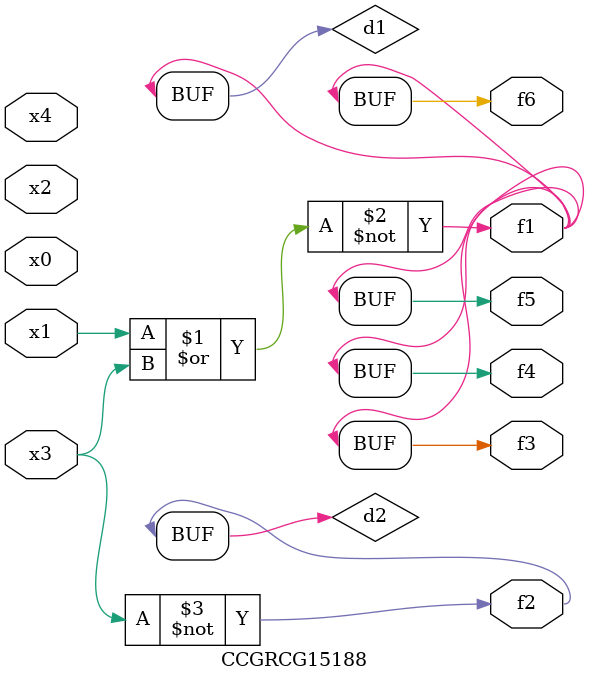
<source format=v>
module CCGRCG15188(
	input x0, x1, x2, x3, x4,
	output f1, f2, f3, f4, f5, f6
);

	wire d1, d2;

	nor (d1, x1, x3);
	not (d2, x3);
	assign f1 = d1;
	assign f2 = d2;
	assign f3 = d1;
	assign f4 = d1;
	assign f5 = d1;
	assign f6 = d1;
endmodule

</source>
